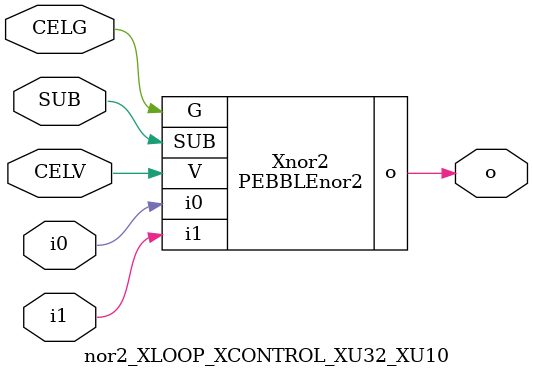
<source format=v>



module PEBBLEnor2 ( o, G, SUB, V, i0, i1 );

  input i0;
  input V;
  input i1;
  input G;
  output o;
  input SUB;
endmodule

//Celera Confidential Do Not Copy nor2_XLOOP_XCONTROL_XU32_XU10
//Celera Confidential Symbol Generator
//nor2
module nor2_XLOOP_XCONTROL_XU32_XU10 (CELV,CELG,i0,i1,o,SUB);
input CELV;
input CELG;
input i0;
input i1;
input SUB;
output o;

//Celera Confidential Do Not Copy nor2
PEBBLEnor2 Xnor2(
.V (CELV),
.i0 (i0),
.i1 (i1),
.o (o),
.SUB (SUB),
.G (CELG)
);
//,diesize,PEBBLEnor2

//Celera Confidential Do Not Copy Module End
//Celera Schematic Generator
endmodule

</source>
